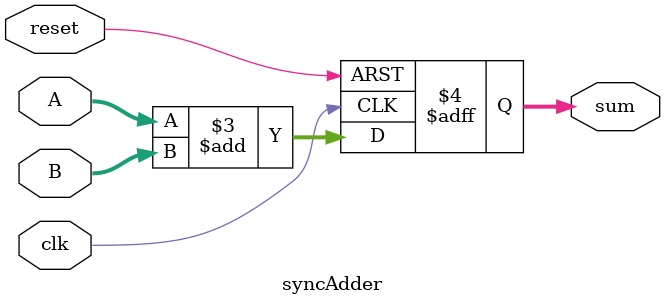
<source format=v>
module syncAdder
(
input reset,
input clk,
input [3:0] A,
input [3:0] B,
output reg [4:0] sum

);

always @ (posedge clk or posedge reset)
if(reset==1'b1)
  sum <= 1'b0;
else
  sum <= A + B;


endmodule

</source>
